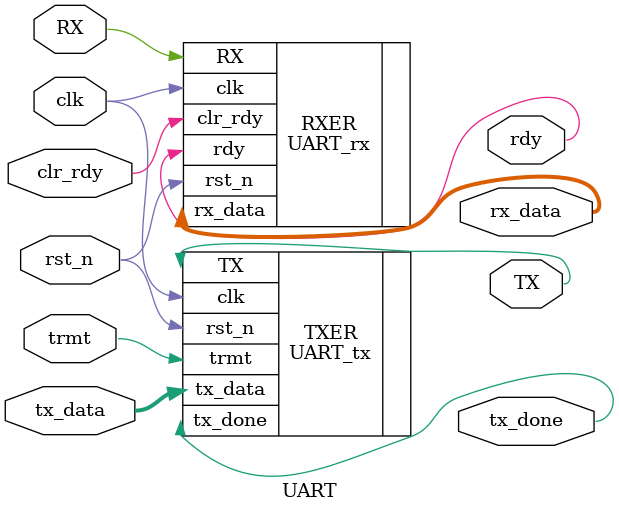
<source format=v>

module UART(clk, rst_n, tx_data, trmt, tx_done, rx_data, rdy, clr_rdy, TX, RX);

	input clk;
	input rst_n;

	//tx 
	//inputs
	input [7:0] tx_data;
	input trmt;
	//outputs
	output tx_done;
	output TX;

	//rx 
	//inputs
	input clr_rdy;
	input RX;
	//outputs
	output [7:0] rx_data;
	output rdy;

	UART_tx TXER(.clk(clk), .rst_n(rst_n), .tx_data(tx_data), .trmt(trmt), .tx_done(tx_done), .TX(TX));
	UART_rx RXER(.clk(clk), .rst_n(rst_n), .rx_data(rx_data), .rdy(rdy), .RX(RX), .clr_rdy(clr_rdy));

endmodule

</source>
